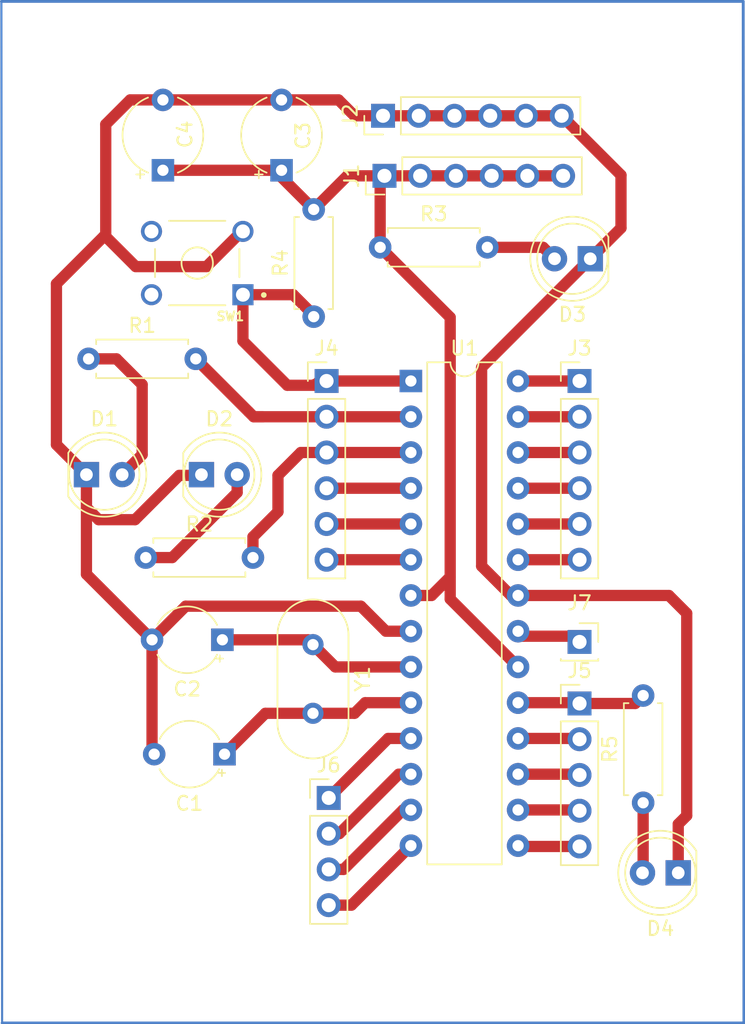
<source format=kicad_pcb>
(kicad_pcb (version 20221018) (generator pcbnew)
  (title_block (comment 4 "Author - Sanket Shrishail Telunagi"))
  (layers (0 "F.Cu" signal) (31 "B.Cu" signal) (34 "B.Paste" user) (35 "F.Paste" user) (36 "B.SilkS" user "B.Silkscreen") (37 "F.SilkS" user "F.Silkscreen") (38 "B.Mask" user) (39 "F.Mask" user) (44 "Edge.Cuts" user))
  (net 0 "")
  (net 1 "Net-(U1-XTAL2{slash}PB7)")
  (net 2 "GND")
  (net 3 "Net-(U1-XTAL1{slash}PB6)")
  (net 4 "+5V")
  (net 5 "Net-(D1-A)")
  (net 6 "Net-(D2-A)")
  (net 7 "Net-(D3-A)")
  (net 8 "A5")
  (net 9 "A4")
  (net 10 "A3")
  (net 11 "A2")
  (net 12 "A1")
  (net 13 "A0")
  (net 14 "RXD")
  (net 15 "TXD")
  (net 16 "D2")
  (net 17 "D3")
  (net 18 "D4")
  (net 19 "D13")
  (net 20 "D12")
  (net 21 "D11")
  (net 22 "D10")
  (net 23 "D9")
  (net 24 "D5")
  (net 25 "D6")
  (net 26 "RSET")
  (net 29 "D7")
  (net 30 "D8")
  (net 31 "AREF")
  (net 32 "Net-(D4-A)")
  (footprint "Capacitor_THT:CP_Radial_Tantal_D4.5mm_P5.00mm" (layer "F.Cu") (at 111.3644 144.1704 180)
    (fp_text reference "C1" (at 2.5 -3.5) (layer "F.SilkS"))
    (fp_text value "C_Polarized_US")
    (fp_line (start -0.037288 -1.335) (end 0.412712 -1.335) (stroke (width 0.12)) (layer "F.SilkS"))
    (fp_line (start 0.187712 -1.56) (end 0.187712 -1.11) (stroke (width 0.12)) (layer "F.SilkS"))
    (fp_arc (start 0.380259 -1.06) (mid 2.5 -2.37) (end 4.619741 -1.06) (stroke (width 0.12)) (layer "F.SilkS"))
    (fp_arc (start 4.619741 1.06) (mid 2.5 2.37) (end 0.380259 1.06) (stroke (width 0.12)) (layer "F.SilkS"))
    (pad "1" thru_hole rect (at 0 0 180) (size 1.6 1.6) (drill 0.8) (layers "*.Cu" "*.Mask") (net 1 "Net-(U1-XTAL2{slash}PB7)"))
    (pad "2" thru_hole circle (at 5 0 180) (size 1.6 1.6) (drill 0.8) (layers "*.Cu" "*.Mask") (net 2 "GND"))
  )
  (footprint "Package_DIP:DIP-28_W7.62mm" (layer "F.Cu") (at 124.6124 117.6528)
    (fp_text reference "U1" (at 3.81 -2.33) (layer "F.SilkS"))
    (fp_text value "ATmega328-P")
    (fp_line (start 1.16 -1.33) (end 1.16 34.35) (stroke (width 0.12)) (layer "F.SilkS"))
    (fp_line (start 1.16 34.35) (end 6.46 34.35) (stroke (width 0.12)) (layer "F.SilkS"))
    (fp_line (start 2.81 -1.33) (end 1.16 -1.33) (stroke (width 0.12)) (layer "F.SilkS"))
    (fp_line (start 6.46 -1.33) (end 4.81 -1.33) (stroke (width 0.12)) (layer "F.SilkS"))
    (fp_line (start 6.46 34.35) (end 6.46 -1.33) (stroke (width 0.12)) (layer "F.SilkS"))
    (fp_arc (start 4.81 -1.33) (mid 3.81 -0.33) (end 2.81 -1.33) (stroke (width 0.12)) (layer "F.SilkS"))
    (pad "1" thru_hole rect (at 0 0) (size 1.6 1.6) (drill 0.8) (layers "*.Cu" "*.Mask") (net 26 "RSET"))
    (pad "2" thru_hole oval (at 0 2.54) (size 1.6 1.6) (drill 0.8) (layers "*.Cu" "*.Mask") (net 14 "RXD"))
    (pad "3" thru_hole oval (at 0 5.08) (size 1.6 1.6) (drill 0.8) (layers "*.Cu" "*.Mask") (net 15 "TXD"))
    (pad "4" thru_hole oval (at 0 7.62) (size 1.6 1.6) (drill 0.8) (layers "*.Cu" "*.Mask") (net 16 "D2"))
    (pad "5" thru_hole oval (at 0 10.16) (size 1.6 1.6) (drill 0.8) (layers "*.Cu" "*.Mask") (net 17 "D3"))
    (pad "6" thru_hole oval (at 0 12.7) (size 1.6 1.6) (drill 0.8) (layers "*.Cu" "*.Mask") (net 18 "D4"))
    (pad "7" thru_hole oval (at 0 15.24) (size 1.6 1.6) (drill 0.8) (layers "*.Cu" "*.Mask") (net 4 "+5V"))
    (pad "8" thru_hole oval (at 0 17.78) (size 1.6 1.6) (drill 0.8) (layers "*.Cu" "*.Mask") (net 2 "GND"))
    (pad "9" thru_hole oval (at 0 20.32) (size 1.6 1.6) (drill 0.8) (layers "*.Cu" "*.Mask") (net 3 "Net-(U1-XTAL1{slash}PB6)"))
    (pad "10" thru_hole oval (at 0 22.86) (size 1.6 1.6) (drill 0.8) (layers "*.Cu" "*.Mask") (net 1 "Net-(U1-XTAL2{slash}PB7)"))
    (pad "11" thru_hole oval (at 0 25.4) (size 1.6 1.6) (drill 0.8) (layers "*.Cu" "*.Mask") (net 24 "D5"))
    (pad "12" thru_hole oval (at 0 27.94) (size 1.6 1.6) (drill 0.8) (layers "*.Cu" "*.Mask") (net 25 "D6"))
    (pad "13" thru_hole oval (at 0 30.48) (size 1.6 1.6) (drill 0.8) (layers "*.Cu" "*.Mask") (net 29 "D7"))
    (pad "14" thru_hole oval (at 0 33.02) (size 1.6 1.6) (drill 0.8) (layers "*.Cu" "*.Mask") (net 30 "D8"))
    (pad "15" thru_hole oval (at 7.62 33.02) (size 1.6 1.6) (drill 0.8) (layers "*.Cu" "*.Mask") (net 23 "D9"))
    (pad "16" thru_hole oval (at 7.62 30.48) (size 1.6 1.6) (drill 0.8) (layers "*.Cu" "*.Mask") (net 22 "D10"))
    (pad "17" thru_hole oval (at 7.62 27.94) (size 1.6 1.6) (drill 0.8) (layers "*.Cu" "*.Mask") (net 21 "D11"))
    (pad "18" thru_hole oval (at 7.62 25.4) (size 1.6 1.6) (drill 0.8) (layers "*.Cu" "*.Mask") (net 20 "D12"))
    (pad "19" thru_hole oval (at 7.62 22.86) (size 1.6 1.6) (drill 0.8) (layers "*.Cu" "*.Mask") (net 19 "D13"))
    (pad "20" thru_hole oval (at 7.62 20.32) (size 1.6 1.6) (drill 0.8) (layers "*.Cu" "*.Mask") (net 4 "+5V"))
    (pad "21" thru_hole oval (at 7.62 17.78) (size 1.6 1.6) (drill 0.8) (layers "*.Cu" "*.Mask") (net 31 "AREF"))
    (pad "22" thru_hole oval (at 7.62 15.24) (size 1.6 1.6) (drill 0.8) (layers "*.Cu" "*.Mask") (net 2 "GND"))
    (pad "23" thru_hole oval (at 7.62 12.7) (size 1.6 1.6) (drill 0.8) (layers "*.Cu" "*.Mask") (net 13 "A0"))
    (pad "24" thru_hole oval (at 7.62 10.16) (size 1.6 1.6) (drill 0.8) (layers "*.Cu" "*.Mask") (net 12 "A1"))
    (pad "25" thru_hole oval (at 7.62 7.62) (size 1.6 1.6) (drill 0.8) (layers "*.Cu" "*.Mask") (net 11 "A2"))
    (pad "26" thru_hole oval (at 7.62 5.08) (size 1.6 1.6) (drill 0.8) (layers "*.Cu" "*.Mask") (net 10 "A3"))
    (pad "27" thru_hole oval (at 7.62 2.54) (size 1.6 1.6) (drill 0.8) (layers "*.Cu" "*.Mask") (net 9 "A4"))
    (pad "28" thru_hole oval (at 7.62 0) (size 1.6 1.6) (drill 0.8) (layers "*.Cu" "*.Mask") (net 8 "A5"))
  )
  (footprint "Connector_PinHeader_2.54mm:PinHeader_1x06_P2.54mm_Vertical" (layer "F.Cu") (at 118.618 117.6528)
    (fp_text reference "J4" (at 0 -2.33) (layer "F.SilkS"))
    (fp_text value "Conn_01x06")
    (fp_line (start -1.33 -1.33) (end 0 -1.33) (stroke (width 0.12)) (layer "F.SilkS"))
    (fp_line (start -1.33 0) (end -1.33 -1.33) (stroke (width 0.12)) (layer "F.SilkS"))
    (fp_line (start -1.33 1.27) (end -1.33 14.03) (stroke (width 0.12)) (layer "F.SilkS"))
    (fp_line (start -1.33 1.27) (end 1.33 1.27) (stroke (width 0.12)) (layer "F.SilkS"))
    (fp_line (start -1.33 14.03) (end 1.33 14.03) (stroke (width 0.12)) (layer "F.SilkS"))
    (fp_line (start 1.33 1.27) (end 1.33 14.03) (stroke (width 0.12)) (layer "F.SilkS"))
    (pad "1" thru_hole rect (at 0 0) (size 1.7 1.7) (drill 1) (layers "*.Cu" "*.Mask") (net 26 "RSET"))
    (pad "2" thru_hole oval (at 0 2.54) (size 1.7 1.7) (drill 1) (layers "*.Cu" "*.Mask") (net 14 "RXD"))
    (pad "3" thru_hole oval (at 0 5.08) (size 1.7 1.7) (drill 1) (layers "*.Cu" "*.Mask") (net 15 "TXD"))
    (pad "4" thru_hole oval (at 0 7.62) (size 1.7 1.7) (drill 1) (layers "*.Cu" "*.Mask") (net 16 "D2"))
    (pad "5" thru_hole oval (at 0 10.16) (size 1.7 1.7) (drill 1) (layers "*.Cu" "*.Mask") (net 17 "D3"))
    (pad "6" thru_hole oval (at 0 12.7) (size 1.7 1.7) (drill 1) (layers "*.Cu" "*.Mask") (net 18 "D4"))
  )
  (footprint "Resistor_THT:R_Axial_DIN0207_L6.3mm_D2.5mm_P7.62mm_Horizontal" (layer "F.Cu") (at 117.7036 113.0808 90)
    (fp_text reference "R4" (at 3.81 -2.37 90) (layer "F.SilkS"))
    (fp_text value "10K")
    (fp_line (start 0.54 -1.37) (end 7.08 -1.37) (stroke (width 0.12)) (layer "F.SilkS"))
    (fp_line (start 0.54 -1.04) (end 0.54 -1.37) (stroke (width 0.12)) (layer "F.SilkS"))
    (fp_line (start 0.54 1.04) (end 0.54 1.37) (stroke (width 0.12)) (layer "F.SilkS"))
    (fp_line (start 0.54 1.37) (end 7.08 1.37) (stroke (width 0.12)) (layer "F.SilkS"))
    (fp_line (start 7.08 -1.37) (end 7.08 -1.04) (stroke (width 0.12)) (layer "F.SilkS"))
    (fp_line (start 7.08 1.37) (end 7.08 1.04) (stroke (width 0.12)) (layer "F.SilkS"))
    (pad "1" thru_hole circle (at 0 0 90) (size 1.6 1.6) (drill 0.8) (layers "*.Cu" "*.Mask") (net 26 "RSET"))
    (pad "2" thru_hole oval (at 7.62 0 90) (size 1.6 1.6) (drill 0.8) (layers "*.Cu" "*.Mask") (net 4 "+5V"))
  )
  (footprint "Capacitor_THT:CP_Radial_Tantal_D5.5mm_P5.00mm" (layer "F.Cu") (at 115.4176 102.6776 90)
    (fp_text reference "C3" (at 2.4492 1.524 90) (layer "F.SilkS"))
    (fp_text value "0.1uF")
    (fp_line (start -0.572262 -1.615) (end -0.022262 -1.615) (stroke (width 0.12)) (layer "F.SilkS"))
    (fp_line (start -0.297262 -1.89) (end -0.297262 -1.34) (stroke (width 0.12)) (layer "F.SilkS"))
    (fp_arc (start -0.167077 -1.06) (mid 2.5 -2.87) (end 5.167077 -1.06) (stroke (width 0.12)) (layer "F.SilkS"))
    (fp_arc (start 5.167077 1.06) (mid 2.5 2.87) (end -0.167077 1.06) (stroke (width 0.12)) (layer "F.SilkS"))
    (pad "1" thru_hole rect (at 0 0 90) (size 1.6 1.6) (drill 0.8) (layers "*.Cu" "*.Mask") (net 4 "+5V"))
    (pad "2" thru_hole circle (at 5 0 90) (size 1.6 1.6) (drill 0.8) (layers "*.Cu" "*.Mask") (net 2 "GND"))
  )
  (footprint "Resistor_THT:R_Axial_DIN0207_L6.3mm_D2.5mm_P7.62mm_Horizontal" (layer "F.Cu") (at 122.428 108.1532)
    (fp_text reference "R3" (at 3.81 -2.37) (layer "F.SilkS"))
    (fp_text value "220")
    (fp_line (start 0.54 -1.37) (end 7.08 -1.37) (stroke (width 0.12)) (layer "F.SilkS"))
    (fp_line (start 0.54 -1.04) (end 0.54 -1.37) (stroke (width 0.12)) (layer "F.SilkS"))
    (fp_line (start 0.54 1.04) (end 0.54 1.37) (stroke (width 0.12)) (layer "F.SilkS"))
    (fp_line (start 0.54 1.37) (end 7.08 1.37) (stroke (width 0.12)) (layer "F.SilkS"))
    (fp_line (start 7.08 -1.37) (end 7.08 -1.04) (stroke (width 0.12)) (layer "F.SilkS"))
    (fp_line (start 7.08 1.37) (end 7.08 1.04) (stroke (width 0.12)) (layer "F.SilkS"))
    (pad "1" thru_hole circle (at 0 0) (size 1.6 1.6) (drill 0.8) (layers "*.Cu" "*.Mask") (net 4 "+5V"))
    (pad "2" thru_hole oval (at 7.62 0) (size 1.6 1.6) (drill 0.8) (layers "*.Cu" "*.Mask") (net 7 "Net-(D3-A)"))
  )
  (footprint "Connector_PinHeader_2.54mm:PinHeader_1x04_P2.54mm_Vertical" (layer "F.Cu") (at 118.7704 147.2792)
    (fp_text reference "J6" (at 0 -2.33) (layer "F.SilkS"))
    (fp_text value "Conn_01x04")
    (fp_line (start -1.33 -1.33) (end 0 -1.33) (stroke (width 0.12)) (layer "F.SilkS"))
    (fp_line (start -1.33 0) (end -1.33 -1.33) (stroke (width 0.12)) (layer "F.SilkS"))
    (fp_line (start -1.33 1.27) (end -1.33 8.95) (stroke (width 0.12)) (layer "F.SilkS"))
    (fp_line (start -1.33 1.27) (end 1.33 1.27) (stroke (width 0.12)) (layer "F.SilkS"))
    (fp_line (start -1.33 8.95) (end 1.33 8.95) (stroke (width 0.12)) (layer "F.SilkS"))
    (fp_line (start 1.33 1.27) (end 1.33 8.95) (stroke (width 0.12)) (layer "F.SilkS"))
    (pad "1" thru_hole rect (at 0 0) (size 1.7 1.7) (drill 1) (layers "*.Cu" "*.Mask") (net 24 "D5"))
    (pad "2" thru_hole oval (at 0 2.54) (size 1.7 1.7) (drill 1) (layers "*.Cu" "*.Mask") (net 25 "D6"))
    (pad "3" thru_hole oval (at 0 5.08) (size 1.7 1.7) (drill 1) (layers "*.Cu" "*.Mask") (net 29 "D7"))
    (pad "4" thru_hole oval (at 0 7.62) (size 1.7 1.7) (drill 1) (layers "*.Cu" "*.Mask") (net 30 "D8"))
  )
  (footprint "LED_THT:LED_D5.0mm" (layer "F.Cu") (at 143.6166 152.6032 180)
    (fp_text reference "D4" (at 1.27 -3.96) (layer "F.SilkS"))
    (fp_text value "LED")
    (fp_line (start -1.29 -1.545) (end -1.29 1.545) (stroke (width 0.12)) (layer "F.SilkS"))
    (fp_arc (start -1.29 -1.54483) (mid 2.072002 -2.880433) (end 4.26 0.000462) (stroke (width 0.12)) (layer "F.SilkS"))
    (fp_arc (start 4.26 -0.000462) (mid 2.072002 2.880433) (end -1.29 1.54483) (stroke (width 0.12)) (layer "F.SilkS"))
    (fp_circle (center 1.27 0) (end 3.77 0) (stroke (width 0.12)) (fill none) (layer "F.SilkS"))
    (pad "1" thru_hole rect (at 0 0 180) (size 1.8 1.8) (drill 0.9) (layers "*.Cu" "*.Mask") (net 2 "GND"))
    (pad "2" thru_hole circle (at 2.54 0 180) (size 1.8 1.8) (drill 0.9) (layers "*.Cu" "*.Mask") (net 32 "Net-(D4-A)"))
  )
  (footprint "Connector_PinHeader_2.54mm:PinHeader_1x05_P2.54mm_Vertical" (layer "F.Cu") (at 136.6012 140.5686)
    (fp_text reference "J5" (at 0 -2.33) (layer "F.SilkS"))
    (fp_text value "Conn_01x05")
    (fp_line (start -1.33 -1.33) (end 0 -1.33) (stroke (width 0.12)) (layer "F.SilkS"))
    (fp_line (start -1.33 0) (end -1.33 -1.33) (stroke (width 0.12)) (layer "F.SilkS"))
    (fp_line (start -1.33 1.27) (end -1.33 11.49) (stroke (width 0.12)) (layer "F.SilkS"))
    (fp_line (start -1.33 1.27) (end 1.33 1.27) (stroke (width 0.12)) (layer "F.SilkS"))
    (fp_line (start -1.33 11.49) (end 1.33 11.49) (stroke (width 0.12)) (layer "F.SilkS"))
    (fp_line (start 1.33 1.27) (end 1.33 11.49) (stroke (width 0.12)) (layer "F.SilkS"))
    (pad "1" thru_hole rect (at 0 0) (size 1.7 1.7) (drill 1) (layers "*.Cu" "*.Mask") (net 19 "D13"))
    (pad "2" thru_hole oval (at 0 2.54) (size 1.7 1.7) (drill 1) (layers "*.Cu" "*.Mask") (net 20 "D12"))
    (pad "3" thru_hole oval (at 0 5.08) (size 1.7 1.7) (drill 1) (layers "*.Cu" "*.Mask") (net 21 "D11"))
    (pad "4" thru_hole oval (at 0 7.62) (size 1.7 1.7) (drill 1) (layers "*.Cu" "*.Mask") (net 22 "D10"))
    (pad "5" thru_hole oval (at 0 10.16) (size 1.7 1.7) (drill 1) (layers "*.Cu" "*.Mask") (net 23 "D9"))
  )
  (footprint "Resistor_THT:R_Axial_DIN0207_L6.3mm_D2.5mm_P7.62mm_Horizontal" (layer "F.Cu") (at 101.7016 116.078)
    (fp_text reference "R1" (at 3.81 -2.37) (layer "F.SilkS"))
    (fp_text value "220")
    (fp_line (start 0.54 -1.37) (end 7.08 -1.37) (stroke (width 0.12)) (layer "F.SilkS"))
    (fp_line (start 0.54 -1.04) (end 0.54 -1.37) (stroke (width 0.12)) (layer "F.SilkS"))
    (fp_line (start 0.54 1.04) (end 0.54 1.37) (stroke (width 0.12)) (layer "F.SilkS"))
    (fp_line (start 0.54 1.37) (end 7.08 1.37) (stroke (width 0.12)) (layer "F.SilkS"))
    (fp_line (start 7.08 -1.37) (end 7.08 -1.04) (stroke (width 0.12)) (layer "F.SilkS"))
    (fp_line (start 7.08 1.37) (end 7.08 1.04) (stroke (width 0.12)) (layer "F.SilkS"))
    (pad "1" thru_hole circle (at 0 0) (size 1.6 1.6) (drill 0.8) (layers "*.Cu" "*.Mask") (net 5 "Net-(D1-A)"))
    (pad "2" thru_hole oval (at 7.62 0) (size 1.6 1.6) (drill 0.8) (layers "*.Cu" "*.Mask") (net 14 "RXD"))
  )
  (footprint "LED_THT:LED_D5.0mm" (layer "F.Cu") (at 137.3632 108.966 180)
    (fp_text reference "D3" (at 1.27 -3.96) (layer "F.SilkS"))
    (fp_text value "LED")
    (fp_line (start -1.29 -1.545) (end -1.29 1.545) (stroke (width 0.12)) (layer "F.SilkS"))
    (fp_arc (start -1.29 -1.54483) (mid 2.072002 -2.880433) (end 4.26 0.000462) (stroke (width 0.12)) (layer "F.SilkS"))
    (fp_arc (start 4.26 -0.000462) (mid 2.072002 2.880433) (end -1.29 1.54483) (stroke (width 0.12)) (layer "F.SilkS"))
    (fp_circle (center 1.27 0) (end 3.77 0) (stroke (width 0.12)) (fill none) (layer "F.SilkS"))
    (pad "1" thru_hole rect (at 0 0 180) (size 1.8 1.8) (drill 0.9) (layers "*.Cu" "*.Mask") (net 2 "GND"))
    (pad "2" thru_hole circle (at 2.54 0 180) (size 1.8 1.8) (drill 0.9) (layers "*.Cu" "*.Mask") (net 7 "Net-(D3-A)"))
  )
  (footprint "Resistor_THT:R_Axial_DIN0207_L6.3mm_D2.5mm_P7.62mm_Horizontal" (layer "F.Cu") (at 141.1224 147.6248 90)
    (fp_text reference "R5" (at 3.81 -2.37 90) (layer "F.SilkS"))
    (fp_text value "220")
    (fp_line (start 0.54 -1.37) (end 7.08 -1.37) (stroke (width 0.12)) (layer "F.SilkS"))
    (fp_line (start 0.54 -1.04) (end 0.54 -1.37) (stroke (width 0.12)) (layer "F.SilkS"))
    (fp_line (start 0.54 1.04) (end 0.54 1.37) (stroke (width 0.12)) (layer "F.SilkS"))
    (fp_line (start 0.54 1.37) (end 7.08 1.37) (stroke (width 0.12)) (layer "F.SilkS"))
    (fp_line (start 7.08 -1.37) (end 7.08 -1.04) (stroke (width 0.12)) (layer "F.SilkS"))
    (fp_line (start 7.08 1.37) (end 7.08 1.04) (stroke (width 0.12)) (layer "F.SilkS"))
    (pad "1" thru_hole circle (at 0 0 90) (size 1.6 1.6) (drill 0.8) (layers "*.Cu" "*.Mask") (net 32 "Net-(D4-A)"))
    (pad "2" thru_hole oval (at 7.62 0 90) (size 1.6 1.6) (drill 0.8) (layers "*.Cu" "*.Mask") (net 19 "D13"))
  )
  (footprint "Crystal:Crystal_HC49-U_Vertical" (layer "F.Cu") (at 117.6528 136.3864 -90)
    (fp_text reference "Y1" (at 2.44 -3.525 90) (layer "F.SilkS"))
    (fp_text value "Crystal")
    (fp_line (start -0.685 -2.525) (end 5.565 -2.525) (stroke (width 0.12)) (layer "F.SilkS"))
    (fp_line (start -0.685 2.525) (end 5.565 2.525) (stroke (width 0.12)) (layer "F.SilkS"))
    (fp_arc (start -0.685 2.525) (mid -3.21 0) (end -0.685 -2.525) (stroke (width 0.12)) (layer "F.SilkS"))
    (fp_arc (start 5.565 -2.525) (mid 8.09 0) (end 5.565 2.525) (stroke (width 0.12)) (layer "F.SilkS"))
    (pad "1" thru_hole circle (at 0 0 270) (size 1.5 1.5) (drill 0.8) (layers "*.Cu" "*.Mask") (net 3 "Net-(U1-XTAL1{slash}PB6)"))
    (pad "2" thru_hole circle (at 4.88 0 270) (size 1.5 1.5) (drill 0.8) (layers "*.Cu" "*.Mask") (net 1 "Net-(U1-XTAL2{slash}PB7)"))
  )
  (footprint "Libraries:TE_1-1825910-4" (layer "F.Cu") (at 109.4232 109.2708 180)
    (fp_text reference "SW1" (at -2.354563 -3.786564) (layer "F.SilkS") (effects (font (size 0.630714 0.630714))))
    (fp_text value "1-1825910-4")
    (fp_line (start -3 -1) (end -3 1) (stroke (width 0.127)) (layer "F.SilkS"))
    (fp_line (start -2 -3) (end 2 -3) (stroke (width 0.127)) (layer "F.SilkS"))
    (fp_line (start -2 3) (end 2 3) (stroke (width 0.127)) (layer "F.SilkS"))
    (fp_line (start 3 -1) (end 3 1) (stroke (width 0.127)) (layer "F.SilkS"))
    (fp_circle (center -4.733 -2.2711) (end -4.633 -2.2711) (stroke (width 0.2)) (fill none) (layer "F.SilkS"))
    (fp_circle (center 0 0) (end 1.11803 0) (stroke (width 0.127)) (fill none) (layer "F.SilkS"))
    (pad "1" thru_hole rect (at -3.25 -2.25 180) (size 1.498 1.498) (drill 0.99) (layers "*.Cu" "*.Mask") (net 26 "RSET"))
    (pad "2" thru_hole circle (at 3.25 -2.25 180) (size 1.498 1.498) (drill 0.99) (layers "*.Cu" "*.Mask"))
    (pad "3" thru_hole circle (at -3.25 2.25 180) (size 1.498 1.498) (drill 0.99) (layers "*.Cu" "*.Mask") (net 2 "GND"))
    (pad "4" thru_hole circle (at 3.25 2.25 180) (size 1.498 1.498) (drill 0.99) (layers "*.Cu" "*.Mask"))
  )
  (footprint "Capacitor_THT:CP_Radial_Tantal_D4.5mm_P5.00mm" (layer "F.Cu") (at 111.212 136.0424 180)
    (fp_text reference "C2" (at 2.5 -3.5) (layer "F.SilkS"))
    (fp_text value "C_Polarized_US")
    (fp_line (start -0.037288 -1.335) (end 0.412712 -1.335) (stroke (width 0.12)) (layer "F.SilkS"))
    (fp_line (start 0.187712 -1.56) (end 0.187712 -1.11) (stroke (width 0.12)) (layer "F.SilkS"))
    (fp_arc (start 0.380259 -1.06) (mid 2.5 -2.37) (end 4.619741 -1.06) (stroke (width 0.12)) (layer "F.SilkS"))
    (fp_arc (start 4.619741 1.06) (mid 2.5 2.37) (end 0.380259 1.06) (stroke (width 0.12)) (layer "F.SilkS"))
    (pad "1" thru_hole rect (at 0 0 180) (size 1.6 1.6) (drill 0.8) (layers "*.Cu" "*.Mask") (net 3 "Net-(U1-XTAL1{slash}PB6)"))
    (pad "2" thru_hole circle (at 5 0 180) (size 1.6 1.6) (drill 0.8) (layers "*.Cu" "*.Mask") (net 2 "GND"))
  )
  (footprint "Capacitor_THT:CP_Radial_Tantal_D5.5mm_P5.00mm" (layer "F.Cu") (at 106.9848 102.6776 90)
    (fp_text reference "C4" (at 2.5508 1.5748 90) (layer "F.SilkS"))
    (fp_text value "0.1uF")
    (fp_line (start -0.572262 -1.615) (end -0.022262 -1.615) (stroke (width 0.12)) (layer "F.SilkS"))
    (fp_line (start -0.297262 -1.89) (end -0.297262 -1.34) (stroke (width 0.12)) (layer "F.SilkS"))
    (fp_arc (start -0.167077 -1.06) (mid 2.5 -2.87) (end 5.167077 -1.06) (stroke (width 0.12)) (layer "F.SilkS"))
    (fp_arc (start 5.167077 1.06) (mid 2.5 2.87) (end -0.167077 1.06) (stroke (width 0.12)) (layer "F.SilkS"))
    (pad "1" thru_hole rect (at 0 0 90) (size 1.6 1.6) (drill 0.8) (layers "*.Cu" "*.Mask") (net 4 "+5V"))
    (pad "2" thru_hole circle (at 5 0 90) (size 1.6 1.6) (drill 0.8) (layers "*.Cu" "*.Mask") (net 2 "GND"))
  )
  (footprint "LED_THT:LED_D5.0mm" (layer "F.Cu") (at 109.723 124.3076)
    (fp_text reference "D2" (at 1.27 -3.96) (layer "F.SilkS"))
    (fp_text value "LED")
    (fp_line (start -1.29 -1.545) (end -1.29 1.545) (stroke (width 0.12)) (layer "F.SilkS"))
    (fp_arc (start -1.29 -1.54483) (mid 2.072002 -2.880433) (end 4.26 0.000462) (stroke (width 0.12)) (layer "F.SilkS"))
    (fp_arc (start 4.26 -0.000462) (mid 2.072002 2.880433) (end -1.29 1.54483) (stroke (width 0.12)) (layer "F.SilkS"))
    (fp_circle (center 1.27 0) (end 3.77 0) (stroke (width 0.12)) (fill none) (layer "F.SilkS"))
    (pad "1" thru_hole rect (at 0 0) (size 1.8 1.8) (drill 0.9) (layers "*.Cu" "*.Mask") (net 2 "GND"))
    (pad "2" thru_hole circle (at 2.54 0) (size 1.8 1.8) (drill 0.9) (layers "*.Cu" "*.Mask") (net 6 "Net-(D2-A)"))
  )
  (footprint "Resistor_THT:R_Axial_DIN0207_L6.3mm_D2.5mm_P7.62mm_Horizontal" (layer "F.Cu") (at 105.7656 130.2004)
    (fp_text reference "R2" (at 3.81 -2.37) (layer "F.SilkS"))
    (fp_text value "220")
    (fp_line (start 0.54 -1.37) (end 7.08 -1.37) (stroke (width 0.12)) (layer "F.SilkS"))
    (fp_line (start 0.54 -1.04) (end 0.54 -1.37) (stroke (width 0.12)) (layer "F.SilkS"))
    (fp_line (start 0.54 1.04) (end 0.54 1.37) (stroke (width 0.12)) (layer "F.SilkS"))
    (fp_line (start 0.54 1.37) (end 7.08 1.37) (stroke (width 0.12)) (layer "F.SilkS"))
    (fp_line (start 7.08 -1.37) (end 7.08 -1.04) (stroke (width 0.12)) (layer "F.SilkS"))
    (fp_line (start 7.08 1.37) (end 7.08 1.04) (stroke (width 0.12)) (layer "F.SilkS"))
    (pad "1" thru_hole circle (at 0 0) (size 1.6 1.6) (drill 0.8) (layers "*.Cu" "*.Mask") (net 6 "Net-(D2-A)"))
    (pad "2" thru_hole oval (at 7.62 0) (size 1.6 1.6) (drill 0.8) (layers "*.Cu" "*.Mask") (net 15 "TXD"))
  )
  (footprint "Connector_PinHeader_2.54mm:PinHeader_1x06_P2.54mm_Vertical" (layer "F.Cu") (at 136.6012 117.6528)
    (fp_text reference "J3" (at 0 -2.33) (layer "F.SilkS"))
    (fp_text value "Conn_01x06")
    (fp_line (start -1.33 -1.33) (end 0 -1.33) (stroke (width 0.12)) (layer "F.SilkS"))
    (fp_line (start -1.33 0) (end -1.33 -1.33) (stroke (width 0.12)) (layer "F.SilkS"))
    (fp_line (start -1.33 1.27) (end -1.33 14.03) (stroke (width 0.12)) (layer "F.SilkS"))
    (fp_line (start -1.33 1.27) (end 1.33 1.27) (stroke (width 0.12)) (layer "F.SilkS"))
    (fp_line (start -1.33 14.03) (end 1.33 14.03) (stroke (width 0.12)) (layer "F.SilkS"))
    (fp_line (start 1.33 1.27) (end 1.33 14.03) (stroke (width 0.12)) (layer "F.SilkS"))
    (pad "1" thru_hole rect (at 0 0) (size 1.7 1.7) (drill 1) (layers "*.Cu" "*.Mask") (net 8 "A5"))
    (pad "2" thru_hole oval (at 0 2.54) (size 1.7 1.7) (drill 1) (layers "*.Cu" "*.Mask") (net 9 "A4"))
    (pad "3" thru_hole oval (at 0 5.08) (size 1.7 1.7) (drill 1) (layers "*.Cu" "*.Mask") (net 10 "A3"))
    (pad "4" thru_hole oval (at 0 7.62) (size 1.7 1.7) (drill 1) (layers "*.Cu" "*.Mask") (net 11 "A2"))
    (pad "5" thru_hole oval (at 0 10.16) (size 1.7 1.7) (drill 1) (layers "*.Cu" "*.Mask") (net 12 "A1"))
    (pad "6" thru_hole oval (at 0 12.7) (size 1.7 1.7) (drill 1) (layers "*.Cu" "*.Mask") (net 13 "A0"))
  )
  (footprint "Connector_PinHeader_2.54mm:PinHeader_1x06_P2.54mm_Vertical" (layer "F.Cu") (at 122.7328 103.0732 90)
    (fp_text reference "J1" (at 0 -2.33 90) (layer "F.SilkS"))
    (fp_text value "Conn_01x06")
    (fp_line (start -1.33 -1.33) (end 0 -1.33) (stroke (width 0.12)) (layer "F.SilkS"))
    (fp_line (start -1.33 0) (end -1.33 -1.33) (stroke (width 0.12)) (layer "F.SilkS"))
    (fp_line (start -1.33 1.27) (end -1.33 14.03) (stroke (width 0.12)) (layer "F.SilkS"))
    (fp_line (start -1.33 1.27) (end 1.33 1.27) (stroke (width 0.12)) (layer "F.SilkS"))
    (fp_line (start -1.33 14.03) (end 1.33 14.03) (stroke (width 0.12)) (layer "F.SilkS"))
    (fp_line (start 1.33 1.27) (end 1.33 14.03) (stroke (width 0.12)) (layer "F.SilkS"))
    (pad "1" thru_hole rect (at 0 0 90) (size 1.7 1.7) (drill 1) (layers "*.Cu" "*.Mask") (net 4 "+5V"))
    (pad "2" thru_hole oval (at 0 2.54 90) (size 1.7 1.7) (drill 1) (layers "*.Cu" "*.Mask") (net 4 "+5V"))
    (pad "3" thru_hole oval (at 0 5.08 90) (size 1.7 1.7) (drill 1) (layers "*.Cu" "*.Mask") (net 4 "+5V"))
    (pad "4" thru_hole oval (at 0 7.62 90) (size 1.7 1.7) (drill 1) (layers "*.Cu" "*.Mask") (net 4 "+5V"))
    (pad "5" thru_hole oval (at 0 10.16 90) (size 1.7 1.7) (drill 1) (layers "*.Cu" "*.Mask") (net 4 "+5V"))
    (pad "6" thru_hole oval (at 0 12.7 90) (size 1.7 1.7) (drill 1) (layers "*.Cu" "*.Mask") (net 4 "+5V"))
  )
  (footprint "Connector_PinHeader_2.54mm:PinHeader_1x06_P2.54mm_Vertical" (layer "F.Cu") (at 122.6312 98.806 90)
    (fp_text reference "J2" (at 0 -2.33 90) (layer "F.SilkS"))
    (fp_text value "Conn_01x06")
    (fp_line (start -1.33 -1.33) (end 0 -1.33) (stroke (width 0.12)) (layer "F.SilkS"))
    (fp_line (start -1.33 0) (end -1.33 -1.33) (stroke (width 0.12)) (layer "F.SilkS"))
    (fp_line (start -1.33 1.27) (end -1.33 14.03) (stroke (width 0.12)) (layer "F.SilkS"))
    (fp_line (start -1.33 1.27) (end 1.33 1.27) (stroke (width 0.12)) (layer "F.SilkS"))
    (fp_line (start -1.33 14.03) (end 1.33 14.03) (stroke (width 0.12)) (layer "F.SilkS"))
    (fp_line (start 1.33 1.27) (end 1.33 14.03) (stroke (width 0.12)) (layer "F.SilkS"))
    (pad "1" thru_hole rect (at 0 0 90) (size 1.7 1.7) (drill 1) (layers "*.Cu" "*.Mask") (net 2 "GND"))
    (pad "2" thru_hole oval (at 0 2.54 90) (size 1.7 1.7) (drill 1) (layers "*.Cu" "*.Mask") (net 2 "GND"))
    (pad "3" thru_hole oval (at 0 5.08 90) (size 1.7 1.7) (drill 1) (layers "*.Cu" "*.Mask") (net 2 "GND"))
    (pad "4" thru_hole oval (at 0 7.62 90) (size 1.7 1.7) (drill 1) (layers "*.Cu" "*.Mask") (net 2 "GND"))
    (pad "5" thru_hole oval (at 0 10.16 90) (size 1.7 1.7) (drill 1) (layers "*.Cu" "*.Mask") (net 2 "GND"))
    (pad "6" thru_hole oval (at 0 12.7 90) (size 1.7 1.7) (drill 1) (layers "*.Cu" "*.Mask") (net 2 "GND"))
  )
  (footprint "Connector_PinSocket_2.54mm:PinSocket_1x01_P2.54mm_Vertical" (layer "F.Cu") (at 136.6012 136.1948)
    (fp_text reference "J7" (at 0 -2.77) (layer "F.SilkS"))
    (fp_text value "Conn_01x01")
    (fp_line (start -1.33 1.21) (end -1.33 1.33) (stroke (width 0.12)) (layer "F.SilkS"))
    (fp_line (start -1.33 1.33) (end 1.33 1.33) (stroke (width 0.12)) (layer "F.SilkS"))
    (fp_line (start 0 -1.33) (end 1.33 -1.33) (stroke (width 0.12)) (layer "F.SilkS"))
    (fp_line (start 1.33 -1.33) (end 1.33 0) (stroke (width 0.12)) (layer "F.SilkS"))
    (fp_line (start 1.33 1.21) (end 1.33 1.33) (stroke (width 0.12)) (layer "F.SilkS"))
    (pad "1" thru_hole rect (at 0 0) (size 1.7 1.7) (drill 1) (layers "*.Cu" "*.Mask") (net 31 "AREF"))
  )
  (footprint "LED_THT:LED_D5.0mm" (layer "F.Cu") (at 101.5492 124.3076)
    (fp_text reference "D1" (at 1.27 -3.96) (layer "F.SilkS"))
    (fp_text value "LED")
    (fp_line (start -1.29 -1.545) (end -1.29 1.545) (stroke (width 0.12)) (layer "F.SilkS"))
    (fp_arc (start -1.29 -1.54483) (mid 2.072002 -2.880433) (end 4.26 0.000462) (stroke (width 0.12)) (layer "F.SilkS"))
    (fp_arc (start 4.26 -0.000462) (mid 2.072002 2.880433) (end -1.29 1.54483) (stroke (width 0.12)) (layer "F.SilkS"))
    (fp_circle (center 1.27 0) (end 3.77 0) (stroke (width 0.12)) (fill none) (layer "F.SilkS"))
    (pad "1" thru_hole rect (at 0 0) (size 1.8 1.8) (drill 0.9) (layers "*.Cu" "*.Mask") (net 2 "GND"))
    (pad "2" thru_hole circle (at 2.54 0) (size 1.8 1.8) (drill 0.9) (layers "*.Cu" "*.Mask") (net 5 "Net-(D1-A)"))
  )
  (gr_line (start 95.5548 163.2712) (end 148.2852 163.2712) (stroke (width 0.2)) (layer "B.Cu"))
  (gr_line (start 95.504 90.678) (end 148.2344 90.678) (stroke (width 0.2)) (layer "B.Cu"))
  (gr_line (start 95.5548 163.2712) (end 95.504 90.678) (stroke (width 0.15)) (layer "B.Cu"))
  (gr_line (start 148.2344 90.678) (end 148.2852 163.2712) (stroke (width 0.2)) (layer "B.Cu"))
  (segment (start 120.6076 141.2664) (end 117.6528 141.2664) (width 0.8) (layer "F.Cu") (net 1))
  (segment (start 117.6528 141.2664) (end 114.2684 141.2664) (width 0.8) (layer "F.Cu") (net 1))
  (segment (start 121.3612 140.5128) (end 120.6076 141.2664) (width 0.8) (layer "F.Cu") (net 1))
  (segment (start 124.6124 140.5128) (end 121.3612 140.5128) (width 0.8) (layer "F.Cu") (net 1))
  (segment (start 114.2684 141.2664) (end 111.3644 144.1704) (width 0.8) (layer "F.Cu") (net 1))
  (segment (start 137.3632 108.966) (end 139.5476 106.7816) (width 0.8) (layer "F.Cu") (net 2))
  (segment (start 102.9208 99.4156) (end 102.9208 107.3912) (width 0.8) (layer "F.Cu") (net 2))
  (segment (start 106.212 144.018) (end 106.3644 144.1704) (width 0.8) (layer "F.Cu") (net 2))
  (segment (start 108.5996 133.6548) (end 106.212 136.0424) (width 0.8) (layer "F.Cu") (net 2))
  (segment (start 106.9848 97.6776) (end 115.4176 97.6776) (width 0.8) (layer "F.Cu") (net 2))
  (segment (start 105.0544 109.5248) (end 110.0836 109.5248) (width 0.8) (layer "F.Cu") (net 2))
  (segment (start 129.6416 130.81) (end 129.6416 116.6876) (width 0.8) (layer "F.Cu") (net 2))
  (segment (start 105.0036 127.508) (end 102.4128 127.508) (width 0.8) (layer "F.Cu") (net 2))
  (segment (start 144.2212 134.1628) (end 142.9512 132.8928) (width 0.8) (layer "F.Cu") (net 2))
  (segment (start 143.6166 149.1438) (end 144.2212 148.5392) (width 0.8) (layer "F.Cu") (net 2))
  (segment (start 124.6124 135.4328) (end 122.8344 135.4328) (width 0.8) (layer "F.Cu") (net 2))
  (segment (start 101.5492 124.3076) (end 101.5492 131.3796) (width 0.8) (layer "F.Cu") (net 2))
  (segment (start 127.7112 98.806) (end 130.2512 98.806) (width 0.8) (layer "F.Cu") (net 2))
  (segment (start 102.4128 127.508) (end 101.5492 126.6444) (width 0.8) (layer "F.Cu") (net 2))
  (segment (start 131.7244 132.8928) (end 129.6416 130.81) (width 0.8) (layer "F.Cu") (net 2))
  (segment (start 122.8344 135.4328) (end 121.0564 133.6548) (width 0.8) (layer "F.Cu") (net 2))
  (segment (start 122.6312 98.806) (end 125.1712 98.806) (width 0.8) (layer "F.Cu") (net 2))
  (segment (start 130.2512 98.806) (end 132.7912 98.806) (width 0.8) (layer "F.Cu") (net 2))
  (segment (start 109.6722 124.3584) (end 108.1532 124.3584) (width 0.8) (layer "F.Cu") (net 2))
  (segment (start 101.5492 126.6444) (end 101.5492 124.3076) (width 0.8) (layer "F.Cu") (net 2))
  (segment (start 101.5492 124.3076) (end 99.4156 122.174) (width 0.8) (layer "F.Cu") (net 2))
  (segment (start 139.5476 106.7816) (end 139.5476 103.0224) (width 0.8) (layer "F.Cu") (net 2))
  (segment (start 102.7684 107.3912) (end 102.9208 107.3912) (width 0.8) (layer "F.Cu") (net 2))
  (segment (start 110.0836 109.5248) (end 112.5876 107.0208) (width 0.8) (layer "F.Cu") (net 2))
  (segment (start 132.2324 132.8928) (end 131.7244 132.8928) (width 0.8) (layer "F.Cu") (net 2))
  (segment (start 99.4156 122.174) (end 99.4156 110.744) (width 0.8) (layer "F.Cu") (net 2))
  (segment (start 104.6588 97.6776) (end 102.9208 99.4156) (width 0.8) (layer "F.Cu") (net 2))
  (segment (start 108.1532 124.3584) (end 105.0036 127.508) (width 0.8) (layer "F.Cu") (net 2))
  (segment (start 119.4708 97.6776) (end 115.4176 97.6776) (width 0.8) (layer "F.Cu") (net 2))
  (segment (start 125.1712 98.806) (end 127.7112 98.806) (width 0.8) (layer "F.Cu") (net 2))
  (segment (start 121.0564 133.6548) (end 108.5996 133.6548) (width 0.8) (layer "F.Cu") (net 2))
  (segment (start 144.2212 148.5392) (end 144.2212 134.1628) (width 0.8) (layer "F.Cu") (net 2))
  (segment (start 143.6166 152.6032) (end 143.6166 149.1438) (width 0.8) (layer "F.Cu") (net 2))
  (segment (start 139.5476 103.0224) (end 135.3312 98.806) (width 0.8) (layer "F.Cu") (net 2))
  (segment (start 99.4156 110.744) (end 102.7684 107.3912) (width 0.8) (layer "F.Cu") (net 2))
  (segment (start 106.9848 97.6776) (end 104.6588 97.6776) (width 0.8) (layer "F.Cu") (net 2))
  (segment (start 112.5876 107.0208) (end 112.6732 107.0208) (width 0.8) (layer "F.Cu") (net 2))
  (segment (start 102.9208 107.3912) (end 105.0544 109.5248) (width 0.8) (layer "F.Cu") (net 2))
  (segment (start 122.6312 98.806) (end 120.5992 98.806) (width 0.8) (layer "F.Cu") (net 2))
  (segment (start 135.3312 98.806) (end 132.7912 98.806) (width 0.8) (layer "F.Cu") (net 2))
  (segment (start 106.212 136.0424) (end 106.212 144.018) (width 0.8) (layer "F.Cu") (net 2))
  (segment (start 101.5492 131.3796) (end 106.212 136.0424) (width 0.8) (layer "F.Cu") (net 2))
  (segment (start 129.6416 116.6876) (end 137.3632 108.966) (width 0.8) (layer "F.Cu") (net 2))
  (segment (start 142.9512 132.8928) (end 132.2324 132.8928) (width 0.8) (layer "F.Cu") (net 2))
  (segment (start 120.5992 98.806) (end 119.4708 97.6776) (width 0.8) (layer "F.Cu") (net 2))
  (segment (start 109.723 124.3076) (end 109.6722 124.3584) (width 0.8) (layer "F.Cu") (net 2))
  (segment (start 124.6124 137.9728) (end 119.2392 137.9728) (width 0.8) (layer "F.Cu") (net 3))
  (segment (start 111.212 136.0424) (end 117.3088 136.0424) (width 0.8) (layer "F.Cu") (net 3))
  (segment (start 119.2392 137.9728) (end 117.6528 136.3864) (width 0.8) (layer "F.Cu") (net 3))
  (segment (start 117.3088 136.0424) (end 117.6528 136.3864) (width 0.8) (layer "F.Cu") (net 3))
  (segment (start 126.0856 132.8928) (end 127.4064 131.572) (width 0.8) (layer "F.Cu") (net 4))
  (segment (start 115.4176 102.6776) (end 115.4176 103.1748) (width 0.8) (layer "F.Cu") (net 4))
  (segment (start 127.4064 133.1468) (end 132.2324 137.9728) (width 0.8) (layer "F.Cu") (net 4))
  (segment (start 127.4064 113.1316) (end 122.428 108.1532) (width 0.8) (layer "F.Cu") (net 4))
  (segment (start 132.8928 103.0732) (end 135.4328 103.0732) (width 0.8) (layer "F.Cu") (net 4))
  (segment (start 122.7328 103.0732) (end 125.2728 103.0732) (width 0.8) (layer "F.Cu") (net 4))
  (segment (start 127.4064 131.572) (end 127.4064 133.1468) (width 0.8) (layer "F.Cu") (net 4))
  (segment (start 127.8128 103.0732) (end 130.3528 103.0732) (width 0.8) (layer "F.Cu") (net 4))
  (segment (start 122.428 108.1532) (end 122.428 103.378) (width 0.8) (layer "F.Cu") (net 4))
  (segment (start 125.2728 103.0732) (end 127.8128 103.0732) (width 0.8) (layer "F.Cu") (net 4))
  (segment (start 130.3528 103.0732) (end 132.8928 103.0732) (width 0.8) (layer "F.Cu") (net 4))
  (segment (start 124.6124 132.8928) (end 126.0856 132.8928) (width 0.8) (layer "F.Cu") (net 4))
  (segment (start 127.4064 131.572) (end 127.4064 113.1316) (width 0.8) (layer "F.Cu") (net 4))
  (segment (start 115.4176 103.1748) (end 117.7036 105.4608) (width 0.8) (layer "F.Cu") (net 4))
  (segment (start 122.428 103.378) (end 122.7328 103.0732) (width 0.8) (layer "F.Cu") (net 4))
  (segment (start 106.9848 102.6776) (end 115.4176 102.6776) (width 0.8) (layer "F.Cu") (net 4))
  (segment (start 122.7328 103.0732) (end 120.0912 103.0732) (width 0.8) (layer "F.Cu") (net 4))
  (segment (start 120.0912 103.0732) (end 117.7036 105.4608) (width 0.8) (layer "F.Cu") (net 4))
  (segment (start 105.5116 117.9068) (end 105.5116 122.8852) (width 0.8) (layer "F.Cu") (net 5))
  (segment (start 103.6828 116.078) (end 105.5116 117.9068) (width 0.8) (layer "F.Cu") (net 5))
  (segment (start 105.5116 122.8852) (end 104.0892 124.3076) (width 0.8) (layer "F.Cu") (net 5))
  (segment (start 101.7016 116.078) (end 103.6828 116.078) (width 0.8) (layer "F.Cu") (net 5))
  (segment (start 112.263 125.580392) (end 107.642992 130.2004) (width 0.8) (layer "F.Cu") (net 6))
  (segment (start 107.642992 130.2004) (end 105.7656 130.2004) (width 0.8) (layer "F.Cu") (net 6))
  (segment (start 112.263 124.3076) (end 112.263 125.580392) (width 0.8) (layer "F.Cu") (net 6))
  (segment (start 130.048 108.1532) (end 134.0104 108.1532) (width 0.8) (layer "F.Cu") (net 7))
  (segment (start 134.0104 108.1532) (end 134.8232 108.966) (width 0.8) (layer "F.Cu") (net 7))
  (segment (start 136.6012 117.6528) (end 132.2324 117.6528) (width 0.8) (layer "F.Cu") (net 8))
  (segment (start 136.6012 120.1928) (end 132.2324 120.1928) (width 0.8) (layer "F.Cu") (net 9))
  (segment (start 136.6012 122.7328) (end 132.2324 122.7328) (width 0.8) (layer "F.Cu") (net 10))
  (segment (start 136.6012 125.2728) (end 132.2324 125.2728) (width 0.8) (layer "F.Cu") (net 11))
  (segment (start 136.6012 127.8128) (end 132.2324 127.8128) (width 0.8) (layer "F.Cu") (net 12))
  (segment (start 132.2324 130.3528) (end 136.6012 130.3528) (width 0.8) (layer "F.Cu") (net 13))
  (segment (start 113.4364 120.1928) (end 113.0808 119.8372) (width 0.8) (layer "F.Cu") (net 14))
  (segment (start 113.0808 119.8372) (end 109.3216 116.078) (width 0.8) (layer "F.Cu") (net 14))
  (segment (start 114.0968 120.1928) (end 113.4364 120.1928) (width 0.8) (layer "F.Cu") (net 14))
  (segment (start 124.6124 120.1928) (end 118.618 120.1928) (width 0.8) (layer "F.Cu") (net 14))
  (segment (start 118.618 120.1928) (end 113.4364 120.1928) (width 0.8) (layer "F.Cu") (net 14))
  (segment (start 115.1636 124.3584) (end 115.1636 126.9492) (width 0.8) (layer "F.Cu") (net 15))
  (segment (start 118.618 122.7328) (end 116.7892 122.7328) (width 0.8) (layer "F.Cu") (net 15))
  (segment (start 115.1636 126.9492) (end 113.3856 128.7272) (width 0.8) (layer "F.Cu") (net 15))
  (segment (start 113.3856 128.7272) (end 113.3856 130.2004) (width 0.8) (layer "F.Cu") (net 15))
  (segment (start 116.7892 122.7328) (end 115.1636 124.3584) (width 0.8) (layer "F.Cu") (net 15))
  (segment (start 124.6124 122.7328) (end 118.618 122.7328) (width 0.8) (layer "F.Cu") (net 15))
  (segment (start 124.6124 125.2728) (end 118.618 125.2728) (width 0.8) (layer "F.Cu") (net 16))
  (segment (start 124.6124 127.8128) (end 118.618 127.8128) (width 0.8) (layer "F.Cu") (net 17))
  (segment (start 124.6124 130.3528) (end 118.618 130.3528) (width 0.8) (layer "F.Cu") (net 18))
  (segment (start 140.5586 140.5686) (end 141.1224 140.0048) (width 0.8) (layer "F.Cu") (net 19))
  (segment (start 136.6012 140.5686) (end 140.5586 140.5686) (width 0.8) (layer "F.Cu") (net 19))
  (segment (start 132.2324 140.5128) (end 136.5454 140.5128) (width 0.8) (layer "F.Cu") (net 19))
  (segment (start 136.5454 140.5128) (end 136.6012 140.5686) (width 0.8) (layer "F.Cu") (net 19))
  (segment (start 136.5454 143.0528) (end 136.6012 143.1086) (width 0.8) (layer "F.Cu") (net 20))
  (segment (start 132.2324 143.0528) (end 136.5454 143.0528) (width 0.8) (layer "F.Cu") (net 20))
  (segment (start 132.2324 145.5928) (end 136.5454 145.5928) (width 0.8) (layer "F.Cu") (net 21))
  (segment (start 136.5454 145.5928) (end 136.6012 145.6486) (width 0.8) (layer "F.Cu") (net 21))
  (segment (start 136.5454 148.1328) (end 136.6012 148.1886) (width 0.8) (layer "F.Cu") (net 22))
  (segment (start 132.2324 148.1328) (end 136.5454 148.1328) (width 0.8) (layer "F.Cu") (net 22))
  (segment (start 132.2882 150.7286) (end 132.2324 150.6728) (width 0.8) (layer "F.Cu") (net 23))
  (segment (start 136.6012 150.7286) (end 132.2882 150.7286) (width 0.8) (layer "F.Cu") (net 23))
  (segment (start 122.9968 143.0528) (end 118.7704 147.2792) (width 0.8) (layer "F.Cu") (net 24))
  (segment (start 124.6124 143.0528) (end 122.9968 143.0528) (width 0.8) (layer "F.Cu") (net 24))
  (segment (start 123.7488 145.5928) (end 119.5224 149.8192) (width 0.8) (layer "F.Cu") (net 25))
  (segment (start 124.6124 145.5928) (end 123.7488 145.5928) (width 0.8) (layer "F.Cu") (net 25))
  (segment (start 119.5224 149.8192) (end 118.7704 149.8192) (width 0.8) (layer "F.Cu") (net 25))
  (segment (start 118.11 117.6528) (end 117.8052 117.9576) (width 0.8) (layer "F.Cu") (net 26))
  (segment (start 115.824 117.9576) (end 117.8052 117.9576) (width 0.8) (layer "F.Cu") (net 26))
  (segment (start 124.6124 117.6528) (end 118.11 117.6528) (width 0.8) (layer "F.Cu") (net 26))
  (segment (start 116.2452 111.5208) (end 112.6732 111.5208) (width 0.8) (layer "F.Cu") (net 26))
  (segment (start 112.6732 111.5208) (end 112.6732 114.8068) (width 0.8) (layer "F.Cu") (net 26))
  (segment (start 117.7544 117.9068) (end 117.8052 117.9576) (width 0.8) (layer "F.Cu") (net 26))
  (segment (start 112.6732 114.8068) (end 115.824 117.9576) (width 0.8) (layer "F.Cu") (net 26))
  (segment (start 117.7036 113.0808) (end 117.7036 112.9792) (width 0.8) (layer "F.Cu") (net 26))
  (segment (start 117.7036 112.9792) (end 116.2452 111.5208) (width 0.8) (layer "F.Cu") (net 26))
  (segment (start 119.8272 152.3592) (end 118.7704 152.3592) (width 0.8) (layer "F.Cu") (net 29))
  (segment (start 124.6124 148.1328) (end 124.0536 148.1328) (width 0.8) (layer "F.Cu") (net 29))
  (segment (start 124.0536 148.1328) (end 119.8272 152.3592) (width 0.8) (layer "F.Cu") (net 29))
  (segment (start 120.386 154.8992) (end 118.7704 154.8992) (width 0.8) (layer "F.Cu") (net 30))
  (segment (start 124.6124 150.6728) (end 120.386 154.8992) (width 0.8) (layer "F.Cu") (net 30))
  (segment (start 136.1948 135.7884) (end 136.6012 136.1948) (width 0.8) (layer "F.Cu") (net 31))
  (segment (start 132.2324 135.4328) (end 132.588 135.7884) (width 0.8) (layer "F.Cu") (net 31))
  (segment (start 132.588 135.7884) (end 136.1948 135.7884) (width 0.8) (layer "F.Cu") (net 31))
  (segment (start 141.1224 147.6248) (end 141.1224 152.5574) (width 0.8) (layer "F.Cu") (net 32))
  (segment (start 141.1224 152.5574) (end 141.0766 152.6032) (width 0.8) (layer "F.Cu") (net 32))
)
</source>
